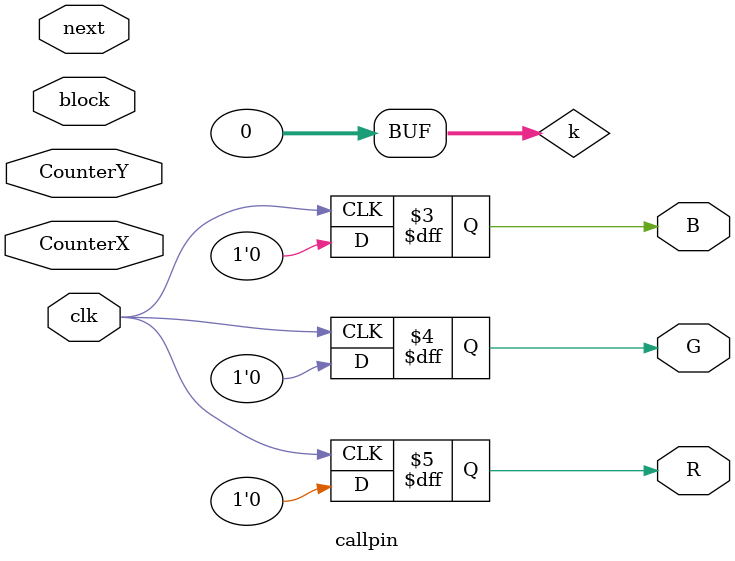
<source format=v>
`timescale 1ns / 1ps
module callpin(input clk,input wire [63:0] next,output reg R,output reg G,output reg B,input wire [63:0] block,
input wire [9:0] CounterX,input wire [9:0] CounterY

    );
	 integer k=0;
	 always@(posedge clk) begin
	B = 1'b0;
 R = 1'b0;
 //G = CounterX==200||CounterX==360||CounterY==200||CounterY==360||CounterX==220||CounterX==240||CounterY==220||CounterY==240||CounterX==260||CounterX==280||CounterY==260||CounterY==280||CounterX==300||CounterX==320||CounterY==300||CounterY==320||CounterX==340||CounterY==340;
G=1'b0;
end
endmodule

</source>
